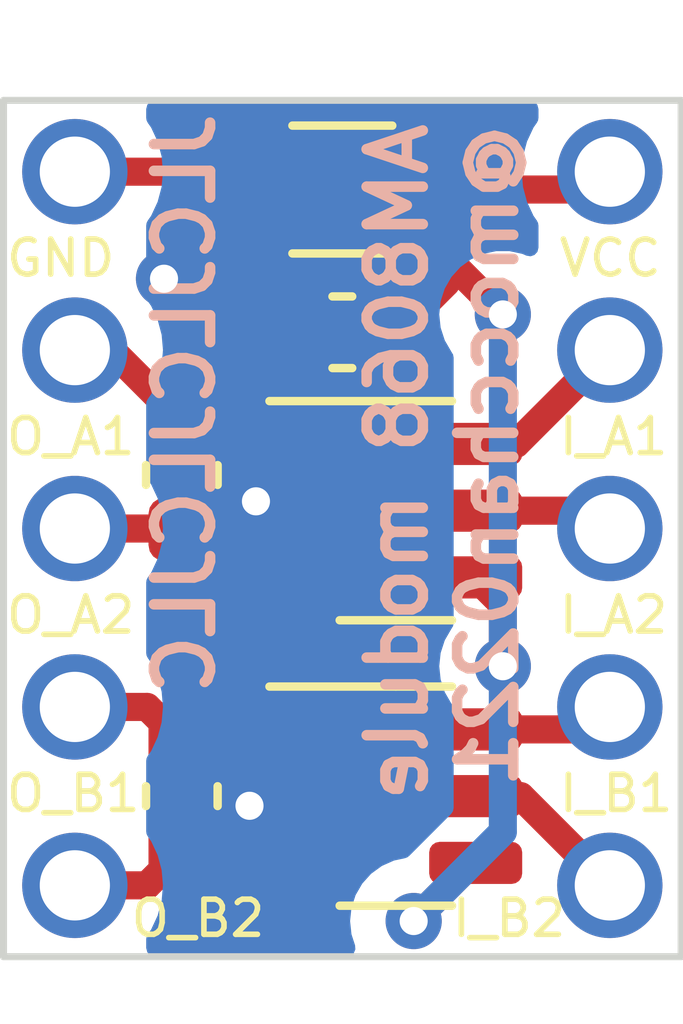
<source format=kicad_pcb>
(kicad_pcb (version 20221018) (generator pcbnew)
  (title_block (title "AM8068_module") (date "2024-05-25") (rev "1"))
  (layers (0 "F.Cu" signal) (31 "B.Cu" signal) (34 "B.Paste" user) (35 "F.Paste" user) (36 "B.SilkS" user "B.Silkscreen") (37 "F.SilkS" user "F.Silkscreen") (38 "B.Mask" user) (39 "F.Mask" user) (44 "Edge.Cuts" user))
  (net 0 "")
  (net 1 "VCC")
  (net 2 "GND")
  (net 3 "OUT_A1")
  (net 4 "OUT_A2")
  (net 5 "OUT_B1")
  (net 6 "OUT_B2")
  (net 7 "IN_A1")
  (net 8 "IN_A2")
  (net 9 "IN_B1")
  (net 10 "IN_B2")
  (footprint "Capacitor_SMD:C_0603_1608Metric" (layer "F.Cu") (at 128.524 100.33 -90)
    (fp_text reference "C4" hide)
    (fp_text value "100nF")
    (fp_line (start -0.14058 -0.51) (end 0.14058 -0.51) (stroke (width 0.12)) (layer "F.SilkS"))
    (fp_line (start -0.14058 0.51) (end 0.14058 0.51) (stroke (width 0.12)) (layer "F.SilkS"))
    (pad "1" smd roundrect (at -0.775 0 270) (size 0.9 0.95) (layers "F.Cu" "F.Paste" "F.Mask") (net 5 "OUT_B1"))
    (pad "2" smd roundrect (at 0.775 0 270) (size 0.9 0.95) (layers "F.Cu" "F.Paste" "F.Mask") (net 6 "OUT_B2"))
  )
  (footprint "Package_TO_SOT_SMD:SOT-23-6" (layer "F.Cu") (at 131.572 96.266)
    (fp_text reference "U1" hide)
    (fp_text value "AM8068")
    (fp_line (start 0 -1.56) (end -1.8 -1.56) (stroke (width 0.12)) (layer "F.SilkS"))
    (fp_line (start 0 -1.56) (end 0.8 -1.56) (stroke (width 0.12)) (layer "F.SilkS"))
    (fp_line (start 0 1.56) (end -0.8 1.56) (stroke (width 0.12)) (layer "F.SilkS"))
    (fp_line (start 0 1.56) (end 0.8 1.56) (stroke (width 0.12)) (layer "F.SilkS"))
    (pad "1" smd roundrect (at -1.1375 -0.95) (size 1.325 0.6) (layers "F.Cu" "F.Paste" "F.Mask") (net 3 "OUT_A1"))
    (pad "2" smd roundrect (at -1.1375 0) (size 1.325 0.6) (layers "F.Cu" "F.Paste" "F.Mask") (net 2 "GND"))
    (pad "3" smd roundrect (at -1.1375 0.95) (size 1.325 0.6) (layers "F.Cu" "F.Paste" "F.Mask") (net 4 "OUT_A2"))
    (pad "4" smd roundrect (at 1.1375 0.95) (size 1.325 0.6) (layers "F.Cu" "F.Paste" "F.Mask") (net 1 "VCC"))
    (pad "5" smd roundrect (at 1.1375 0) (size 1.325 0.6) (layers "F.Cu" "F.Paste" "F.Mask") (net 8 "IN_A2"))
    (pad "6" smd roundrect (at 1.1375 -0.95) (size 1.325 0.6) (layers "F.Cu" "F.Paste" "F.Mask") (net 7 "IN_A1"))
  )
  (footprint "Package_TO_SOT_SMD:SOT-23-6" (layer "F.Cu") (at 131.572 100.33)
    (fp_text reference "U2" hide)
    (fp_text value "AM8068")
    (fp_line (start 0 -1.56) (end -1.8 -1.56) (stroke (width 0.12)) (layer "F.SilkS"))
    (fp_line (start 0 -1.56) (end 0.8 -1.56) (stroke (width 0.12)) (layer "F.SilkS"))
    (fp_line (start 0 1.56) (end -0.8 1.56) (stroke (width 0.12)) (layer "F.SilkS"))
    (fp_line (start 0 1.56) (end 0.8 1.56) (stroke (width 0.12)) (layer "F.SilkS"))
    (pad "1" smd roundrect (at -1.1375 -0.95) (size 1.325 0.6) (layers "F.Cu" "F.Paste" "F.Mask") (net 5 "OUT_B1"))
    (pad "2" smd roundrect (at -1.1375 0) (size 1.325 0.6) (layers "F.Cu" "F.Paste" "F.Mask") (net 2 "GND"))
    (pad "3" smd roundrect (at -1.1375 0.95) (size 1.325 0.6) (layers "F.Cu" "F.Paste" "F.Mask") (net 6 "OUT_B2"))
    (pad "4" smd roundrect (at 1.1375 0.95) (size 1.325 0.6) (layers "F.Cu" "F.Paste" "F.Mask") (net 1 "VCC"))
    (pad "5" smd roundrect (at 1.1375 0) (size 1.325 0.6) (layers "F.Cu" "F.Paste" "F.Mask") (net 10 "IN_B2"))
    (pad "6" smd roundrect (at 1.1375 -0.95) (size 1.325 0.6) (layers "F.Cu" "F.Paste" "F.Mask") (net 9 "IN_B1"))
  )
  (footprint "Capacitor_SMD:C_0603_1608Metric" (layer "F.Cu") (at 128.524 95.758 -90)
    (fp_text reference "C3" hide)
    (fp_text value "100nF")
    (fp_line (start -0.14058 -0.51) (end 0.14058 -0.51) (stroke (width 0.12)) (layer "F.SilkS"))
    (fp_line (start -0.14058 0.51) (end 0.14058 0.51) (stroke (width 0.12)) (layer "F.SilkS"))
    (pad "1" smd roundrect (at -0.775 0 270) (size 0.9 0.95) (layers "F.Cu" "F.Paste" "F.Mask") (net 3 "OUT_A1"))
    (pad "2" smd roundrect (at 0.775 0 270) (size 0.9 0.95) (layers "F.Cu" "F.Paste" "F.Mask") (net 4 "OUT_A2"))
  )
  (footprint "Capacitor_SMD:C_0603_1608Metric" (layer "F.Cu") (at 130.81 93.726 180)
    (fp_text reference "C2" hide)
    (fp_text value "100nF")
    (fp_line (start -0.14058 -0.51) (end 0.14058 -0.51) (stroke (width 0.12)) (layer "F.SilkS"))
    (fp_line (start -0.14058 0.51) (end 0.14058 0.51) (stroke (width 0.12)) (layer "F.SilkS"))
    (pad "1" smd roundrect (at -0.775 0 180) (size 0.9 0.95) (layers "F.Cu" "F.Paste" "F.Mask") (net 1 "VCC"))
    (pad "2" smd roundrect (at 0.775 0 180) (size 0.9 0.95) (layers "F.Cu" "F.Paste" "F.Mask") (net 2 "GND"))
  )
  (footprint "Capacitor_SMD:C_1206_3216Metric" (layer "F.Cu") (at 130.81 91.694 180)
    (fp_text reference "C1" hide)
    (fp_text value "100uF")
    (fp_line (start -0.711252 -0.91) (end 0.711252 -0.91) (stroke (width 0.12)) (layer "F.SilkS"))
    (fp_line (start -0.711252 0.91) (end 0.711252 0.91) (stroke (width 0.12)) (layer "F.SilkS"))
    (pad "1" smd roundrect (at -1.475 0 180) (size 1.15 1.8) (layers "F.Cu" "F.Paste" "F.Mask") (roundrect_rratio 0.2173913043) (net 1 "VCC"))
    (pad "2" smd roundrect (at 1.475 0 180) (size 1.15 1.8) (layers "F.Cu" "F.Paste" "F.Mask") (roundrect_rratio 0.2173913043) (net 2 "GND"))
  )
  (footprint "MyParts:NTH5" (layer "F.Cu") (at 127 96.52)
    (fp_text reference "J1" hide)
    (fp_text value "Conn_01x05_Pin" hide)
    (pad "1" thru_hole circle (at 0 -5.08) (size 1.5 1.5) (drill 1) (layers "*.Cu" "*.Mask") (net 2 "GND"))
    (pad "2" thru_hole circle (at 0 -2.54) (size 1.5 1.5) (drill 1) (layers "*.Cu" "*.Mask") (net 3 "OUT_A1"))
    (pad "3" thru_hole circle (at 0 0) (size 1.5 1.5) (drill 1) (layers "*.Cu" "*.Mask") (net 4 "OUT_A2"))
    (pad "4" thru_hole circle (at 0 2.54) (size 1.5 1.5) (drill 1) (layers "*.Cu" "*.Mask") (net 5 "OUT_B1"))
    (pad "5" thru_hole circle (at 0 5.08) (size 1.5 1.5) (drill 1) (layers "*.Cu" "*.Mask") (net 6 "OUT_B2"))
  )
  (footprint "MyParts:NTH5" (layer "F.Cu") (at 134.62 96.52)
    (fp_text reference "J2" hide)
    (fp_text value "Conn_01x05_Pin" hide)
    (pad "1" thru_hole circle (at 0 -5.08) (size 1.5 1.5) (drill 1) (layers "*.Cu" "*.Mask") (net 1 "VCC"))
    (pad "2" thru_hole circle (at 0 -2.54) (size 1.5 1.5) (drill 1) (layers "*.Cu" "*.Mask") (net 7 "IN_A1"))
    (pad "3" thru_hole circle (at 0 0) (size 1.5 1.5) (drill 1) (layers "*.Cu" "*.Mask") (net 8 "IN_A2"))
    (pad "4" thru_hole circle (at 0 2.54) (size 1.5 1.5) (drill 1) (layers "*.Cu" "*.Mask") (net 9 "IN_B1"))
    (pad "5" thru_hole circle (at 0 5.08) (size 1.5 1.5) (drill 1) (layers "*.Cu" "*.Mask") (net 10 "IN_B2"))
  )
  (gr_rect (start 125.984 90.424) (end 135.636 102.616) (stroke (width 0.1)) (fill none) (layer "Edge.Cuts"))
  (gr_text "AM8068 module\n@mocchan0221" (at 133.35 90.678 90) (layer "B.SilkS") (effects (font (size 0.8 0.8)) (justify left bottom mirror)))
  (gr_text "JLCJLCJLCJLC" (at 129.032 94.742 90) (layer "B.SilkS") (effects (font (size 0.8 0.8)) (justify bottom mirror)))
  (gr_text "O_B2\n" (at 127.762 102.362) (layer "F.SilkS") (effects (font (size 0.5 0.5) (thickness 0.08)) (justify left bottom)))
  (gr_text "GND" (at 125.984 92.964) (layer "F.SilkS") (effects (font (size 0.5 0.5) (thickness 0.08)) (justify left bottom)))
  (gr_text "O_B1" (at 125.984 100.584) (layer "F.SilkS") (effects (font (size 0.5 0.5) (thickness 0.08)) (justify left bottom)))
  (gr_text "O_A2" (at 125.984 98.044) (layer "F.SilkS") (effects (font (size 0.5 0.5) (thickness 0.08)) (justify left bottom)))
  (gr_text "I_B2" (at 132.334 102.362) (layer "F.SilkS") (effects (font (size 0.5 0.5) (thickness 0.08)) (justify left bottom)))
  (gr_text "I_A1" (at 133.858 95.504) (layer "F.SilkS") (effects (font (size 0.5 0.5) (thickness 0.08)) (justify left bottom)))
  (gr_text "VCC" (at 133.858 92.964) (layer "F.SilkS") (effects (font (size 0.5 0.5) (thickness 0.08)) (justify left bottom)))
  (gr_text "O_A1" (at 125.984 95.504) (layer "F.SilkS") (effects (font (size 0.5 0.5) (thickness 0.08)) (justify left bottom)))
  (gr_text "I_A2" (at 133.858 98.044) (layer "F.SilkS") (effects (font (size 0.5 0.5) (thickness 0.08)) (justify left bottom)))
  (gr_text "I_B1" (at 133.858 100.584) (layer "F.SilkS") (effects (font (size 0.5 0.5) (thickness 0.08)) (justify left bottom)))
  (segment (start 132.285 91.694) (end 134.366 91.694) (width 0.4) (layer "F.Cu") (net 1))
  (segment (start 133.096 98.4805) (end 133.096 97.6025) (width 0.4) (layer "F.Cu") (net 1))
  (segment (start 132.654 101.28) (end 132.7095 101.28) (width 0.4) (layer "F.Cu") (net 1))
  (segment (start 132.285 91.694) (end 132.285 93.026) (width 0.4) (layer "F.Cu") (net 1))
  (segment (start 131.826 102.108) (end 132.654 101.28) (width 0.4) (layer "F.Cu") (net 1))
  (segment (start 133.096 97.6025) (end 132.7095 97.216) (width 0.4) (layer "F.Cu") (net 1))
  (segment (start 132.285 93.026) (end 131.585 93.726) (width 0.4) (layer "F.Cu") (net 1))
  (segment (start 134.366 91.694) (end 134.62 91.44) (width 0.4) (layer "F.Cu") (net 1))
  (segment (start 132.285 92.661) (end 133.096 93.472) (width 0.4) (layer "F.Cu") (net 1))
  (segment (start 132.285 91.694) (end 132.285 92.661) (width 0.4) (layer "F.Cu") (net 1))
  (via (at 133.096 93.472) (size 0.8) (drill 0.4) (layers "F.Cu" "B.Cu") (net 1))
  (via (at 131.826 102.108) (size 0.8) (drill 0.4) (layers "F.Cu" "B.Cu") (net 1))
  (via (at 133.096 98.4805) (size 0.8) (drill 0.4) (layers "F.Cu" "B.Cu") (net 1))
  (segment (start 133.096 93.472) (end 133.096 98.4805) (width 0.4) (layer "B.Cu") (net 1))
  (segment (start 133.096 98.4805) (end 133.096 100.838) (width 0.4) (layer "B.Cu") (net 1))
  (segment (start 133.096 100.838) (end 131.826 102.108) (width 0.4) (layer "B.Cu") (net 1))
  (segment (start 130.4345 96.266) (end 129.712911 96.266) (width 0.4) (layer "F.Cu") (net 2))
  (segment (start 130.4345 100.33) (end 129.625134 100.33) (width 0.4) (layer "F.Cu") (net 2))
  (segment (start 129.335 91.694) (end 129.335 93.026) (width 0.4) (layer "F.Cu") (net 2))
  (segment (start 129.335 91.899) (end 128.27 92.964) (width 0.4) (layer "F.Cu") (net 2))
  (segment (start 129.335 93.026) (end 130.035 93.726) (width 0.4) (layer "F.Cu") (net 2))
  (segment (start 127 91.44) (end 129.081 91.44) (width 0.4) (layer "F.Cu") (net 2))
  (segment (start 129.335 91.694) (end 129.335 91.899) (width 0.4) (layer "F.Cu") (net 2))
  (segment (start 129.081 91.44) (end 129.335 91.694) (width 0.4) (layer "F.Cu") (net 2))
  (segment (start 129.712911 96.266) (end 129.57966 96.132749) (width 0.4) (layer "F.Cu") (net 2))
  (segment (start 129.625134 100.33) (end 129.487799 100.467335) (width 0.4) (layer "F.Cu") (net 2))
  (via (at 128.27 92.964) (size 0.8) (drill 0.4) (layers "F.Cu" "B.Cu") (net 2))
  (via (at 129.487799 100.467335) (size 0.8) (drill 0.4) (layers "F.Cu" "B.Cu") (net 2))
  (via (at 129.57966 96.132749) (size 0.8) (drill 0.4) (layers "F.Cu" "B.Cu") (net 2))
  (segment (start 127.521 93.98) (end 128.524 94.983) (width 0.4) (layer "F.Cu") (net 3))
  (segment (start 128.524 94.983) (end 130.1015 94.983) (width 0.4) (layer "F.Cu") (net 3))
  (segment (start 130.1015 94.983) (end 130.4345 95.316) (width 0.4) (layer "F.Cu") (net 3))
  (segment (start 127 93.98) (end 127.521 93.98) (width 0.4) (layer "F.Cu") (net 3))
  (segment (start 129.207 97.216) (end 130.4345 97.216) (width 0.4) (layer "F.Cu") (net 4))
  (segment (start 128.511 96.52) (end 128.524 96.533) (width 0.4) (layer "F.Cu") (net 4))
  (segment (start 128.524 96.533) (end 129.207 97.216) (width 0.4) (layer "F.Cu") (net 4))
  (segment (start 127 96.52) (end 128.511 96.52) (width 0.4) (layer "F.Cu") (net 4))
  (segment (start 130.3685 99.314) (end 130.4345 99.38) (width 0.4) (layer "F.Cu") (net 5))
  (segment (start 128.524 99.555) (end 129.045 99.555) (width 0.4) (layer "F.Cu") (net 5))
  (segment (start 129.286 99.314) (end 130.3685 99.314) (width 0.4) (layer "F.Cu") (net 5))
  (segment (start 128.029 99.06) (end 128.524 99.555) (width 0.4) (layer "F.Cu") (net 5))
  (segment (start 129.045 99.555) (end 129.286 99.314) (width 0.4) (layer "F.Cu") (net 5))
  (segment (start 127 99.06) (end 128.029 99.06) (width 0.4) (layer "F.Cu") (net 5))
  (segment (start 127 101.6) (end 128.029 101.6) (width 0.4) (layer "F.Cu") (net 6))
  (segment (start 128.524 101.105) (end 129.019 101.6) (width 0.4) (layer "F.Cu") (net 6))
  (segment (start 128.029 101.6) (end 128.524 101.105) (width 0.4) (layer "F.Cu") (net 6))
  (segment (start 129.019 101.6) (end 130.1145 101.6) (width 0.4) (layer "F.Cu") (net 6))
  (segment (start 130.1145 101.6) (end 130.4345 101.28) (width 0.4) (layer "F.Cu") (net 6))
  (segment (start 132.7095 95.316) (end 133.284 95.316) (width 0.4) (layer "F.Cu") (net 7))
  (segment (start 133.284 95.316) (end 134.62 93.98) (width 0.4) (layer "F.Cu") (net 7))
  (segment (start 132.7095 96.266) (end 134.366 96.266) (width 0.4) (layer "F.Cu") (net 8))
  (segment (start 134.366 96.266) (end 134.62 96.52) (width 0.4) (layer "F.Cu") (net 8))
  (segment (start 134.3 99.38) (end 134.62 99.06) (width 0.4) (layer "F.Cu") (net 9))
  (segment (start 132.7095 99.38) (end 134.3 99.38) (width 0.4) (layer "F.Cu") (net 9))
  (segment (start 132.7095 100.33) (end 133.35 100.33) (width 0.4) (layer "F.Cu") (net 10))
  (segment (start 133.35 100.33) (end 134.62 101.6) (width 0.4) (layer "F.Cu") (net 10))
  (zone (net 2) (net_name "GND") (layer "B.Cu") (connect_pads (clearance 0.5)) (min_thickness 0.25) (fill yes (thermal_gap 0.5) (thermal_bridge_width 0.5))
    (polygon (pts (xy 128.016 90.424) (xy 133.604 90.424) (xy 133.604 102.616) (xy 128.016 102.616)))
  )
)
</source>
